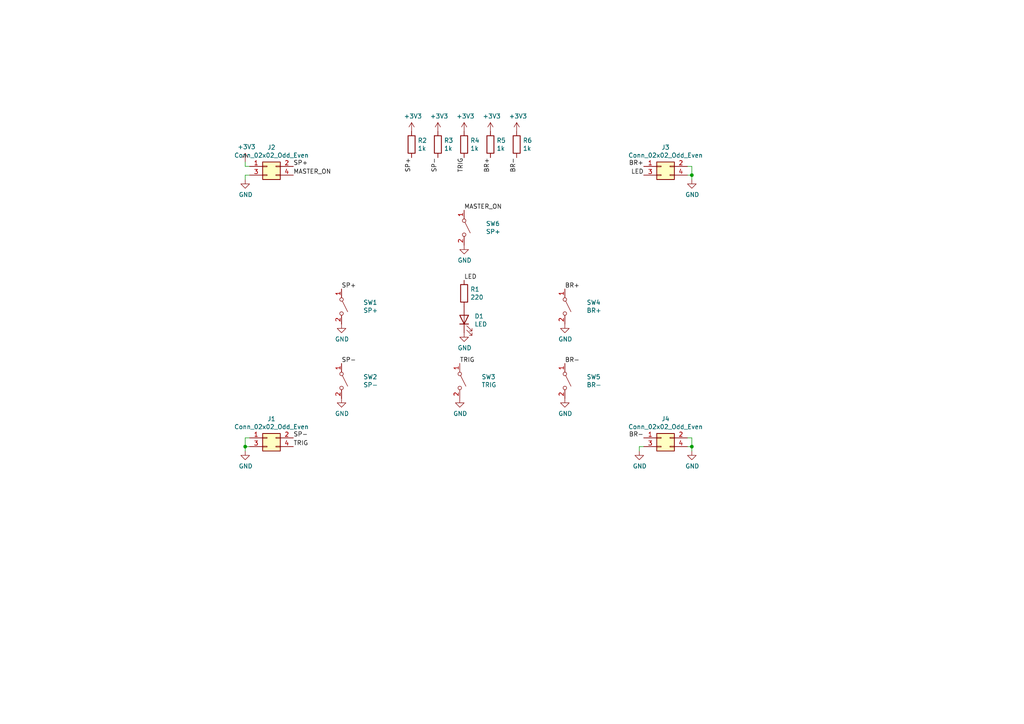
<source format=kicad_sch>
(kicad_sch (version 20211123) (generator eeschema)
  (paper "A4")
  (lib_symbols
    (symbol "Connector_Generic:Conn_02x02_Odd_Even" (pin_names (offset 1.016) hide)
      (property "Reference" "J" (at 1.27 2.54 0))
      (property "Value" "Conn_02x02_Odd_Even" (at 1.27 -5.08 0))
      (symbol "Conn_02x02_Odd_Even_1_1"
        (rectangle (start -1.27 -2.413) (end 0 -2.667) (stroke (width 0.1524)))
        (rectangle (start -1.27 0.127) (end 0 -0.127) (stroke (width 0.1524)))
        (rectangle (start -1.27 1.27) (end 3.81 -3.81) (stroke (width 0.254)) (fill (type background)))
        (rectangle (start 3.81 -2.413) (end 2.54 -2.667) (stroke (width 0.1524)))
        (rectangle (start 3.81 0.127) (end 2.54 -0.127) (stroke (width 0.1524)))
        (pin passive line (at -5.08 0 0) (length 3.81) (name "Pin_1") (number "1"))
        (pin passive line (at 7.62 0 180) (length 3.81) (name "Pin_2") (number "2"))
        (pin passive line (at -5.08 -2.54 0) (length 3.81) (name "Pin_3") (number "3"))
        (pin passive line (at 7.62 -2.54 180) (length 3.81) (name "Pin_4") (number "4"))
      )
    )
    (symbol "Device:LED" (pin_numbers hide) (pin_names (offset 1.016) hide)
      (property "Reference" "D" (at 0 2.54 0))
      (property "Value" "LED" (at 0 -2.54 0))
      (symbol "LED_0_1"
        (polyline (pts (xy -1.27 -1.27) (xy -1.27 1.27)) (stroke (width 0.254)))
        (polyline (pts (xy -1.27 0) (xy 1.27 0)))
        (polyline (pts (xy 1.27 -1.27) (xy 1.27 1.27) (xy -1.27 0) (xy 1.27 -1.27)) (stroke (width 0.254)))
        (polyline (pts (xy -3.048 -0.762) (xy -4.572 -2.286) (xy -3.81 -2.286) (xy -4.572 -2.286) (xy -4.572 -1.524)))
        (polyline (pts (xy -1.778 -0.762) (xy -3.302 -2.286) (xy -2.54 -2.286) (xy -3.302 -2.286) (xy -3.302 -1.524)))
      )
      (symbol "LED_1_1"
        (pin passive line (at -3.81 0 0) (length 2.54) (name "K") (number "1"))
        (pin passive line (at 3.81 0 180) (length 2.54) (name "A") (number "2"))
      )
    )
    (symbol "Device:R" (pin_numbers hide) (pin_names (offset 0))
      (property "Reference" "R" (at 2.032 0 90))
      (property "Value" "R" (at 0 0 90))
      (symbol "R_0_1"
        (rectangle (start -1.016 -2.54) (end 1.016 2.54) (stroke (width 0.254)))
      )
      (symbol "R_1_1"
        (pin passive line (at 0 3.81 270) (length 1.27) (name "~") (number "1"))
        (pin passive line (at 0 -3.81 90) (length 1.27) (name "~") (number "2"))
      )
    )
    (symbol "Switch:SW_SPST" (pin_names (offset 0) hide)
      (property "Reference" "SW" (at 0 3.175 0))
      (property "Value" "SW_SPST" (at 0 -2.54 0))
      (symbol "SW_SPST_0_0"
        (circle (center -2.032 0) (radius 0.508))
        (polyline (pts (xy -1.524 0.254) (xy 1.524 1.778)))
        (circle (center 2.032 0) (radius 0.508))
      )
      (symbol "SW_SPST_1_1"
        (pin passive line (at -5.08 0 0) (length 2.54) (name "A") (number "1"))
        (pin passive line (at 5.08 0 180) (length 2.54) (name "B") (number "2"))
      )
    )
    (symbol "power:+3.3V" (power) (pin_names (offset 0))
      (property "Value" "+3.3V" (at 0 3.556 0))
      (symbol "+3.3V_0_1"
        (polyline (pts (xy -0.762 1.27) (xy 0 2.54)))
        (polyline (pts (xy 0 0) (xy 0 2.54)))
        (polyline (pts (xy 0 2.54) (xy 0.762 1.27)))
      )
      (symbol "+3.3V_1_1"
        (pin power_in line (at 0 0 90) (length 0) hide (name "+3V3") (number "1"))
      )
    )
    (symbol "power:GND" (power) (pin_names (offset 0))
      (property "Value" "GND" (at 0 -3.81 0))
      (symbol "GND_0_1"
        (polyline (pts (xy 0 0) (xy 0 -1.27) (xy 1.27 -1.27) (xy 0 -2.54) (xy -1.27 -1.27) (xy 0 -1.27)))
      )
      (symbol "GND_1_1"
        (pin power_in line (at 0 0 270) (length 0) hide (name "GND") (number "1"))
      )
    )
  )
  (junction (at 200.66 50.8))
  (junction (at 200.66 129.54))
  (junction (at 71.12 129.54))
  (wire (pts (xy 186.69 129.54) (xy 185.42 129.54)))
  (wire (pts (xy 200.66 48.26) (xy 200.66 50.8)))
  (wire (pts (xy 71.12 46.99) (xy 71.12 48.26)))
  (wire (pts (xy 199.39 50.8) (xy 200.66 50.8)))
  (wire (pts (xy 200.66 129.54) (xy 200.66 130.81)))
  (wire (pts (xy 199.39 48.26) (xy 200.66 48.26)))
  (wire (pts (xy 185.42 129.54) (xy 185.42 130.81)))
  (wire (pts (xy 71.12 127) (xy 71.12 129.54)))
  (wire (pts (xy 71.12 129.54) (xy 71.12 130.81)))
  (wire (pts (xy 72.39 129.54) (xy 71.12 129.54)))
  (wire (pts (xy 72.39 50.8) (xy 71.12 50.8)))
  (wire (pts (xy 200.66 127) (xy 200.66 129.54)))
  (wire (pts (xy 200.66 50.8) (xy 200.66 52.07)))
  (wire (pts (xy 199.39 129.54) (xy 200.66 129.54)))
  (wire (pts (xy 71.12 50.8) (xy 71.12 52.07)))
  (wire (pts (xy 72.39 127) (xy 71.12 127)))
  (wire (pts (xy 199.39 127) (xy 200.66 127)))
  (wire (pts (xy 72.39 48.26) (xy 71.12 48.26)))
  (label "BR-" (at 163.83 105.41 0))
  (label "SP-" (at 99.06 105.41 0))
  (label "MASTER_ON" (at 134.62 60.96 0))
  (label "TRIG" (at 133.35 105.41 0))
  (label "BR-" (at 186.69 127 180))
  (label "TRIG" (at 85.09 129.54 0))
  (label "SP+" (at 85.09 48.26 0))
  (label "BR-" (at 149.86 45.72 270))
  (label "SP-" (at 127 45.72 270))
  (label "BR+" (at 163.83 83.82 0))
  (label "SP+" (at 119.38 45.72 270))
  (label "TRIG" (at 134.62 45.72 270))
  (label "SP+" (at 99.06 83.82 0))
  (label "SP-" (at 85.09 127 0))
  (label "MASTER_ON" (at 85.09 50.8 0))
  (label "LED" (at 134.62 81.28 0))
  (label "BR+" (at 142.24 45.72 270))
  (label "BR+" (at 186.69 48.26 180))
  (label "LED" (at 186.69 50.8 180))
  (symbol (lib_id "Connector_Generic:Conn_02x02_Odd_Even") (at 77.47 48.26 0) (unit 1)
    (property "Reference" "J2" (at 78.74 42.7482 0))
    (property "Value" "Conn_02x02_Odd_Even" (at 78.74 45.0596 0))
    (property "Footprint" "Connector_PinSocket_2.54mm:PinSocket_2x02_P2.54mm_Vertical" (effects hide))
    (property "MPN" "DS1023-2*2SF11" (effects hide))
    (property "Manufacturer" "CONNFLY Elec" (effects hide))
  )
  (symbol (lib_id "Connector_Generic:Conn_02x02_Odd_Even") (at 191.77 48.26 0) (unit 1)
    (property "Reference" "J3" (at 193.04 42.7482 0))
    (property "Value" "Conn_02x02_Odd_Even" (at 193.04 45.0596 0))
    (property "Footprint" "Connector_PinSocket_2.54mm:PinSocket_2x02_P2.54mm_Vertical" (effects hide))
    (property "MPN" "C66690" (effects hide))
    (property "Manufacturer" "BOOMELE" (effects hide))
  )
  (symbol (lib_id "Connector_Generic:Conn_02x02_Odd_Even") (at 191.77 127 0) (unit 1)
    (property "Reference" "J4" (at 193.04 121.4882 0))
    (property "Value" "Conn_02x02_Odd_Even" (at 193.04 123.7996 0))
    (property "Footprint" "Connector_PinSocket_2.54mm:PinSocket_2x02_P2.54mm_Vertical" (effects hide))
    (property "MPN" "C66690" (effects hide))
    (property "Manufacturer" "BOOMELE" (effects hide))
  )
  (symbol (lib_id "Connector_Generic:Conn_02x02_Odd_Even") (at 77.47 127 0) (unit 1)
    (property "Reference" "J1" (at 78.74 121.4882 0))
    (property "Value" "Conn_02x02_Odd_Even" (at 78.74 123.7996 0))
    (property "Footprint" "Connector_PinSocket_2.54mm:PinSocket_2x02_P2.54mm_Vertical" (effects hide))
    (property "MPN" "C66690" (effects hide))
    (property "Manufacturer" "BOOMELE" (effects hide))
  )
  (symbol (lib_id "power:GND") (at 99.06 93.98 0) (unit 1)
    (property "Reference" "#PWR0101" (effects hide))
    (property "Value" "GND" (at 99.187 98.3742 0))
  )
  (symbol (lib_id "power:GND") (at 99.06 115.57 0) (unit 1)
    (property "Reference" "#PWR0102" (effects hide))
    (property "Value" "GND" (at 99.187 119.9642 0))
  )
  (symbol (lib_id "power:GND") (at 163.83 93.98 0) (unit 1)
    (property "Reference" "#PWR0103" (effects hide))
    (property "Value" "GND" (at 163.957 98.3742 0))
  )
  (symbol (lib_id "power:GND") (at 163.83 115.57 0) (unit 1)
    (property "Reference" "#PWR0104" (effects hide))
    (property "Value" "GND" (at 163.957 119.9642 0))
  )
  (symbol (lib_id "Device:LED") (at 134.62 92.71 90) (unit 1)
    (property "Reference" "D1" (at 137.6172 91.7194 90) (effects (justify right)))
    (property "Value" "LED" (at 137.6172 94.0308 90) (effects (justify right)))
    (property "Footprint" "LED_THT:LED_D3.0mm" (effects hide))
    (property "MPN" "HL-304S9AD" (effects hide))
    (property "Manufacturer" "HONGLITRONIC" (effects hide))
  )
  (symbol (lib_id "power:GND") (at 134.62 96.52 0) (unit 1)
    (property "Reference" "#PWR0105" (effects hide))
    (property "Value" "GND" (at 134.747 100.9142 0))
  )
  (symbol (lib_id "Device:R") (at 134.62 85.09 0) (unit 1)
    (property "Reference" "R1" (at 136.398 83.9216 0) (effects (justify left)))
    (property "Value" "220" (at 136.398 86.233 0) (effects (justify left)))
    (property "Footprint" "Resistor_SMD:R_0603_1608Metric" (effects hide))
    (property "MPN" "CR0603FA2200G" (effects hide))
    (property "Manufacturer" "LIZ Elec" (effects hide))
  )
  (symbol (lib_id "power:GND") (at 133.35 115.57 0) (unit 1)
    (property "Reference" "#PWR0106" (effects hide))
    (property "Value" "GND" (at 133.477 119.9642 0))
  )
  (symbol (lib_id "power:GND") (at 185.42 130.81 0) (unit 1)
    (property "Reference" "#PWR0107" (effects hide))
    (property "Value" "GND" (at 185.547 135.2042 0))
  )
  (symbol (lib_id "power:+3.3V") (at 71.12 46.99 0) (unit 1)
    (property "Reference" "#PWR0113" (effects hide))
    (property "Value" "+3.3V" (at 71.501 42.5958 0))
  )
  (symbol (lib_id "power:GND") (at 200.66 130.81 0) (unit 1)
    (property "Reference" "#PWR0108" (effects hide))
    (property "Value" "GND" (at 200.787 135.2042 0))
  )
  (symbol (lib_id "power:+3.3V") (at 119.38 38.1 0) (unit 1)
    (property "Reference" "#PWR0114" (effects hide))
    (property "Value" "+3.3V" (at 119.761 33.7058 0))
  )
  (symbol (lib_id "Device:R") (at 119.38 41.91 0) (unit 1)
    (property "Reference" "R2" (at 121.158 40.7416 0) (effects (justify left)))
    (property "Value" "1k" (at 121.158 43.053 0) (effects (justify left)))
    (property "Footprint" "Resistor_SMD:R_0603_1608Metric" (effects hide))
    (property "MPN" "RC0603JR-071KL" (effects hide))
    (property "Manufacturer" "YAGEO" (effects hide))
  )
  (symbol (lib_id "power:+3.3V") (at 127 38.1 0) (unit 1)
    (property "Reference" "#PWR0115" (effects hide))
    (property "Value" "+3.3V" (at 127.381 33.7058 0))
  )
  (symbol (lib_id "Device:R") (at 127 41.91 0) (unit 1)
    (property "Reference" "R3" (at 128.778 40.7416 0) (effects (justify left)))
    (property "Value" "1k" (at 128.778 43.053 0) (effects (justify left)))
    (property "Footprint" "Resistor_SMD:R_0603_1608Metric" (effects hide))
    (property "MPN" "RC0603JR-071KL" (effects hide))
    (property "Manufacturer" "YAGEO" (effects hide))
  )
  (symbol (lib_id "power:GND") (at 71.12 130.81 0) (unit 1)
    (property "Reference" "#PWR0110" (effects hide))
    (property "Value" "GND" (at 71.247 135.2042 0))
  )
  (symbol (lib_id "power:+3.3V") (at 134.62 38.1 0) (unit 1)
    (property "Reference" "#PWR0116" (effects hide))
    (property "Value" "+3.3V" (at 135.001 33.7058 0))
  )
  (symbol (lib_id "Device:R") (at 134.62 41.91 0) (unit 1)
    (property "Reference" "R4" (at 136.398 40.7416 0) (effects (justify left)))
    (property "Value" "1k" (at 136.398 43.053 0) (effects (justify left)))
    (property "Footprint" "Resistor_SMD:R_0603_1608Metric" (effects hide))
    (property "MPN" "RC0603JR-071KL" (effects hide))
    (property "Manufacturer" "YAGEO" (effects hide))
  )
  (symbol (lib_id "power:+3.3V") (at 142.24 38.1 0) (unit 1)
    (property "Reference" "#PWR0117" (effects hide))
    (property "Value" "+3.3V" (at 142.621 33.7058 0))
  )
  (symbol (lib_id "Device:R") (at 142.24 41.91 0) (unit 1)
    (property "Reference" "R5" (at 144.018 40.7416 0) (effects (justify left)))
    (property "Value" "1k" (at 144.018 43.053 0) (effects (justify left)))
    (property "Footprint" "Resistor_SMD:R_0603_1608Metric" (effects hide))
    (property "MPN" "RC0603JR-071KL" (effects hide))
    (property "Manufacturer" "YAGEO" (effects hide))
  )
  (symbol (lib_id "power:GND") (at 71.12 52.07 0) (unit 1)
    (property "Reference" "#PWR0111" (effects hide))
    (property "Value" "GND" (at 71.247 56.4642 0))
  )
  (symbol (lib_id "power:+3.3V") (at 149.86 38.1 0) (unit 1)
    (property "Reference" "#PWR0118" (effects hide))
    (property "Value" "+3.3V" (at 150.241 33.7058 0))
  )
  (symbol (lib_id "Device:R") (at 149.86 41.91 0) (unit 1)
    (property "Reference" "R6" (at 151.638 40.7416 0) (effects (justify left)))
    (property "Value" "1k" (at 151.638 43.053 0) (effects (justify left)))
    (property "Footprint" "Resistor_SMD:R_0603_1608Metric" (effects hide))
    (property "MPN" "RC0603JR-071KL" (effects hide))
    (property "Manufacturer" "YAGEO" (effects hide))
  )
  (symbol (lib_id "power:GND") (at 200.66 52.07 0) (unit 1)
    (property "Reference" "#PWR0112" (effects hide))
    (property "Value" "GND" (at 200.787 56.4642 0))
  )
  (symbol (lib_id "power:GND") (at 134.62 71.12 0) (unit 1)
    (property "Reference" "#PWR0109" (effects hide))
    (property "Value" "GND" (at 134.747 75.5142 0))
  )
  (symbol (lib_id "Switch:SW_SPST") (at 134.62 66.04 270) (unit 1)
    (property "Reference" "SW6" (at 140.9192 64.8716 90) (effects (justify left)))
    (property "Value" "SP+" (at 140.9192 67.183 90) (effects (justify left)))
    (property "Footprint" "Button_Switch_THT:SW_PUSH_6mm_H8mm" (effects hide))
    (property "Datasheet" "http://www.apem.com/int/index.php?controller=attachment&id_attachment=1371" (effects hide))
    (property "MPN" "TS4570CJ" (effects hide))
    (property "Manufacturer" "SHOU HAN" (effects hide))
  )
  (symbol (lib_id "Switch:SW_SPST") (at 99.06 88.9 270) (unit 1)
    (property "Reference" "SW1" (at 105.3592 87.7316 90) (effects (justify left)))
    (property "Value" "SP+" (at 105.3592 90.043 90) (effects (justify left)))
    (property "Footprint" "Button_Switch_THT:SW_PUSH_6mm_H8mm" (effects hide))
    (property "Datasheet" "http://www.apem.com/int/index.php?controller=attachment&id_attachment=1371" (effects hide))
    (property "MPN" "TS4570CJ" (effects hide))
    (property "Manufacturer" "SHOU HAN" (effects hide))
  )
  (symbol (lib_id "Switch:SW_SPST") (at 163.83 88.9 270) (unit 1)
    (property "Reference" "SW4" (at 170.1292 87.7316 90) (effects (justify left)))
    (property "Value" "BR+" (at 170.1292 90.043 90) (effects (justify left)))
    (property "Footprint" "Button_Switch_THT:SW_PUSH_6mm_H8mm" (effects hide))
    (property "Datasheet" "http://www.apem.com/int/index.php?controller=attachment&id_attachment=1371" (effects hide))
    (property "MPN" "TS4570CJ" (effects hide))
    (property "Manufacturer" "SHOU HAN" (effects hide))
  )
  (symbol (lib_id "Switch:SW_SPST") (at 163.83 110.49 270) (unit 1)
    (property "Reference" "SW5" (at 170.1292 109.3216 90) (effects (justify left)))
    (property "Value" "BR-" (at 170.1292 111.633 90) (effects (justify left)))
    (property "Footprint" "Button_Switch_THT:SW_PUSH_6mm_H8mm" (effects hide))
    (property "Datasheet" "http://www.apem.com/int/index.php?controller=attachment&id_attachment=1371" (effects hide))
    (property "MPN" "TS4570CJ" (effects hide))
    (property "Manufacturer" "SHOU HAN" (effects hide))
  )
  (symbol (lib_id "Switch:SW_SPST") (at 133.35 110.49 270) (unit 1)
    (property "Reference" "SW3" (at 139.6492 109.3216 90) (effects (justify left)))
    (property "Value" "TRIG" (at 139.6492 111.633 90) (effects (justify left)))
    (property "Footprint" "Button_Switch_THT:SW_PUSH_6mm_H8mm" (effects hide))
    (property "Datasheet" "http://www.apem.com/int/index.php?controller=attachment&id_attachment=1371" (effects hide))
    (property "MPN" "TS4570CJ" (effects hide))
    (property "Manufacturer" "SHOU HAN" (effects hide))
  )
  (symbol (lib_id "Switch:SW_SPST") (at 99.06 110.49 270) (unit 1)
    (property "Reference" "SW2" (at 105.3592 109.3216 90) (effects (justify left)))
    (property "Value" "SP-" (at 105.3592 111.633 90) (effects (justify left)))
    (property "Footprint" "Button_Switch_THT:SW_PUSH_6mm_H8mm" (effects hide))
    (property "Datasheet" "http://www.apem.com/int/index.php?controller=attachment&id_attachment=1371" (effects hide))
    (property "MPN" "TS4570CJ" (effects hide))
    (property "Manufacturer" "SHOU HAN" (effects hide))
  )
)
</source>
